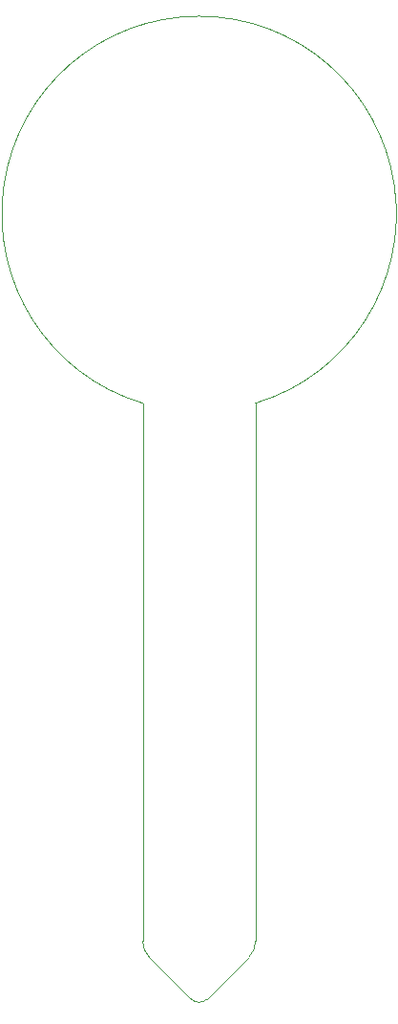
<source format=gbr>
G04 #@! TF.GenerationSoftware,KiCad,Pcbnew,5.1.9*
G04 #@! TF.CreationDate,2021-03-10T11:20:14+02:00*
G04 #@! TF.ProjectId,PlantBuddy,506c616e-7442-4756-9464-792e6b696361,rev?*
G04 #@! TF.SameCoordinates,Original*
G04 #@! TF.FileFunction,Profile,NP*
%FSLAX46Y46*%
G04 Gerber Fmt 4.6, Leading zero omitted, Abs format (unit mm)*
G04 Created by KiCad (PCBNEW 5.1.9) date 2021-03-10 11:20:14*
%MOMM*%
%LPD*%
G01*
G04 APERTURE LIST*
G04 #@! TA.AperFunction,Profile*
%ADD10C,0.100000*%
G04 #@! TD*
G04 APERTURE END LIST*
D10*
X61304866Y-130257866D02*
G75*
G02*
X60719080Y-128843653I1414213J1414213D01*
G01*
X60719080Y-81201680D02*
X60719080Y-128843653D01*
X60719987Y-81201950D02*
G75*
G02*
X70719079Y-81201680I4999093J16770779D01*
G01*
X70719080Y-128843653D02*
X70719079Y-81201680D01*
X70719079Y-128843653D02*
G75*
G02*
X70133293Y-130257866I-1999999J0D01*
G01*
X66426186Y-133964973D02*
X70133293Y-130257866D01*
X66426187Y-133964973D02*
G75*
G02*
X65011973Y-133964973I-707107J707107D01*
G01*
X61304866Y-130257866D02*
X65011973Y-133964973D01*
M02*

</source>
